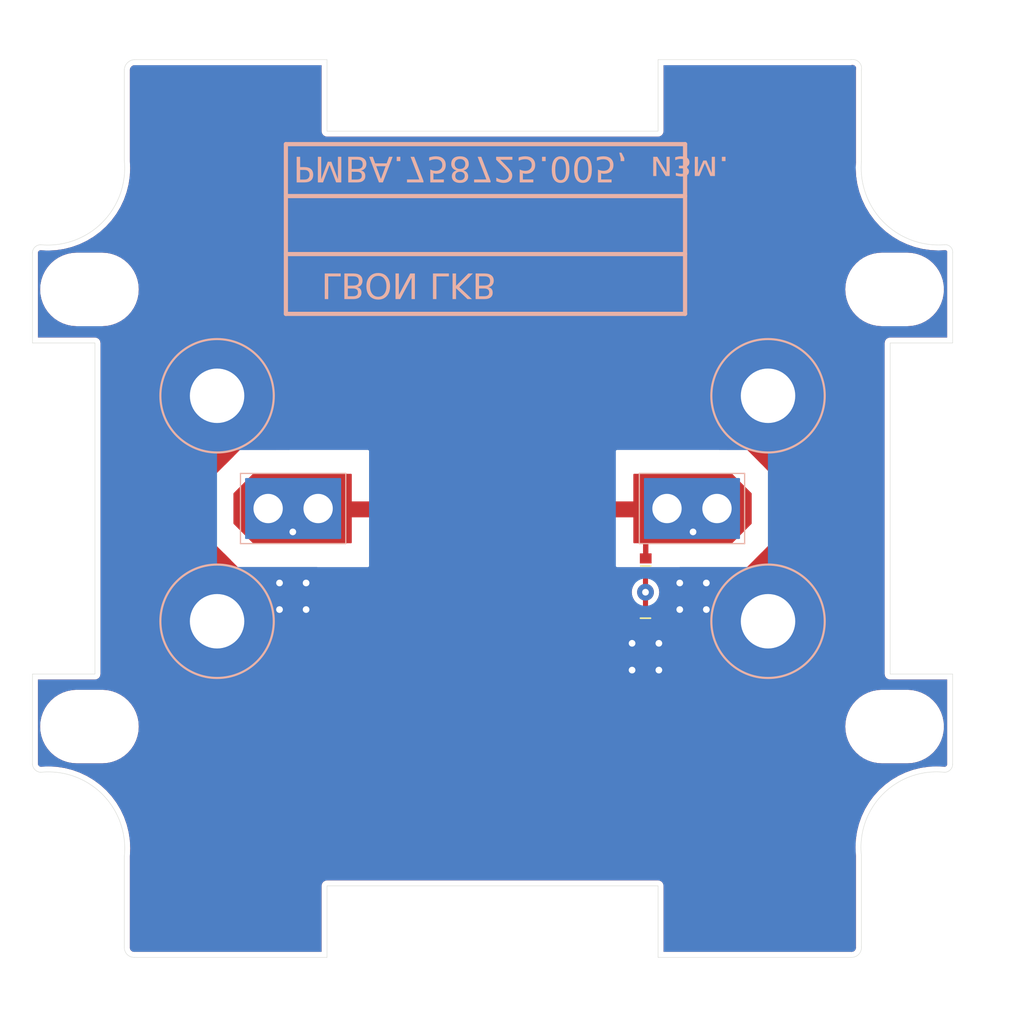
<source format=kicad_pcb>
(kicad_pcb (version 20240108) (generator "pcbnew") (generator_version "8.0")
  (layers (0 "F.Cu" signal "Top Layer") (31 "B.Cu" signal "Bottom Layer") (34 "B.Paste" user "Bottom Paste") (35 "F.Paste" user "Top Paste") (36 "B.SilkS" user "Bottom Overlay") (37 "F.SilkS" user "Top Overlay") (38 "B.Mask" user "Bottom Solder") (39 "F.Mask" user "Top Solder") (44 "Edge.Cuts" user))
  (net 0 "")
  (net 1 "GND")
  (net 2 "N21691")
  (net 3 "N44326")
  (footprint "C__Documents and Settings_All Users_Äîêóìåíòû_Altium_AD13_Library_Miscellaneous Devices.IntLib:6-0805_N" (layer "F.Cu") (at 166.786626 111.870735 90)
    (property "Reference" "C1" (hide yes))
    (property "Value" "10N" (hide yes))
  )
  (footprint "" (layer "F.Cu") (at 196.504626 78.850735)
    (property "Reference" "")
    (property "Value" "")
  )
  (footprint "" (layer "F.Cu") (at 127.670626 105.012735)
    (property "Reference" "")
    (property "Value" "")
  )
  (footprint "" (layer "F.Cu") (at 121.701626 105.012735)
    (property "Reference" "")
    (property "Value" "")
  )
  (footprint "VIA" (layer "F.Cu") (at 115.605626 91.550735)
    (property "Reference" "J8" (hide yes))
    (property "Value" "CON1" (hide yes))
  )
  (footprint "C__Documents and Settings_All Users_Äîêóìåíòû_Altium_AD13_Library_Miscellaneous Devices.IntLib:6-0805_N" (layer "F.Cu") (at 166.757626 118.106735 90)
    (property "Reference" "R1" (hide yes))
    (property "Value" "75/50" (hide yes))
  )
  (footprint "VIA" (layer "F.Cu") (at 181.391626 91.550735)
    (property "Reference" "J16" (hide yes))
    (property "Value" "CON1" (hide yes))
  )
  (footprint "" (layer "F.Cu") (at 196.504626 131.047735)
    (property "Reference" "")
    (property "Value" "")
  )
  (footprint "" (layer "F.Cu") (at 100.365626 78.850735)
    (property "Reference" "")
    (property "Value" "")
  )
  (footprint "" (layer "F.Cu") (at 175.295626 105.012735)
    (property "Reference" "")
    (property "Value" "")
  )
  (footprint "VIA" (layer "F.Cu") (at 181.391626 118.474735)
    (property "Reference" "J17" (hide yes))
    (property "Value" "CON1" (hide yes))
  )
  (footprint "VIA" (layer "F.Cu") (at 115.605626 118.474735)
    (property "Reference" "J9" (hide yes))
    (property "Value" "CON1" (hide yes))
  )
  (footprint "" (layer "F.Cu") (at 100.365626 131.047735)
    (property "Reference" "")
    (property "Value" "")
  )
  (footprint "" (layer "F.Cu") (at 169.326626 105.012735)
    (property "Reference" "")
    (property "Value" "")
  )
  (gr_poly (pts (xy 180.619416 99.733015) (xy 178.407156 97.520755) (xy 175.071646 97.520755) (xy 172.457626 94.906735) (xy 172.457626 87.606735) (xy 177.057626 83.006735) (xy 185.457626 83.006735) (xy 190.657626 88.206735) (xy 190.657626 96.406735) (xy 187.331336 99.733015)) (fill solid) (layer "F.Cu") (net 1))
  (gr_poly (pts (xy 131.665946 109.135055) (xy 131.690106 109.076735) (xy 131.690106 100.948735) (xy 131.665946 100.890415) (xy 131.607626 100.866255) (xy 119.923626 100.866255) (xy 119.865306 100.890415) (xy 117.579306 103.176415) (xy 117.555146 103.234735) (xy 117.555146 106.790735) (xy 117.579306 106.849055) (xy 119.865306 109.135055) (xy 119.923626 109.159215) (xy 131.607626 109.159215)) (fill solid) (layer "F.Cu") (net 2))
  (gr_poly (pts (xy 116.575226 99.784735) (xy 118.850686 97.509265) (xy 124.255096 97.509265) (xy 124.257626 97.506735) (xy 124.257626 83.506735) (xy 112.357626 83.506735) (xy 106.557626 89.306735) (xy 106.557626 96.006735) (xy 110.335626 99.784735)) (fill solid) (layer "F.Cu") (net 1))
  (gr_poly (pts (xy 170.281446 112.451855) (xy 178.434746 112.451745) (xy 180.612616 110.273875) (xy 186.124766 110.273875) (xy 189.557626 113.706735) (xy 189.557626 121.706735) (xy 184.957626 126.306735) (xy 163.257626 126.306735) (xy 163.257626 120.106735) (xy 165.557626 119.931655) (xy 165.557626 120.106735) (xy 166.507626 120.106735) (xy 167.957626 120.106735) (xy 167.957626 119.931645) (xy 169.357626 113.375675)) (fill solid) (layer "F.Cu") (net 1))
  (gr_poly (pts (xy 116.448226 110.367745) (xy 118.587216 112.506735) (xy 127.557626 112.506735) (xy 127.557626 126.406735) (xy 106.957626 126.406735) (xy 106.957626 115.006735) (xy 111.596626 110.367745)) (fill solid) (layer "F.Cu") (net 1))
  (gr_poly (pts (xy 165.331306 100.890415) (xy 165.307146 100.948735) (xy 165.307146 109.076735) (xy 165.331306 109.135055) (xy 165.389626 109.159215) (xy 177.073626 109.159215) (xy 177.131946 109.135055) (xy 179.417946 106.849055) (xy 179.442106 106.790735) (xy 179.442106 103.234735) (xy 179.417946 103.176415) (xy 177.131946 100.890415) (xy 177.073626 100.866255) (xy 165.389626 100.866255)) (fill solid) (layer "F.Cu") (net 2))
  (gr_poly (pts (xy 113.557626 112.006735) (xy 127.557626 112.006735) (xy 127.557626 126.406735) (xy 106.957626 126.406735) (xy 106.957626 115.006735) (xy 111.596626 110.367745)) (fill solid) (layer "B.Cu") (net 1))
  (gr_poly (pts (xy 170.281446 112.451855) (xy 170.857626 112.006735) (xy 181.239226 112.008195) (xy 186.124766 110.273875) (xy 189.557626 113.706735) (xy 189.557626 121.706735) (xy 184.957626 126.306735) (xy 163.857626 126.306735) (xy 163.857626 120.006735) (xy 169.357626 118.306735) (xy 169.357626 113.375675)) (fill solid) (layer "B.Cu") (net 1))
  (gr_poly (pts (xy 166.601306 101.398415) (xy 166.577146 101.456735) (xy 166.577146 108.568735) (xy 166.601306 108.627055) (xy 166.659626 108.651215) (xy 177.962626 108.651215) (xy 178.020946 108.627055) (xy 178.045106 108.568735) (xy 178.045106 101.456735) (xy 178.020946 101.398415) (xy 177.962626 101.374255) (xy 166.659626 101.374255)) (fill solid) (layer "B.Cu") (net 2))
  (gr_poly (pts (xy 115.732626 98.017265) (xy 124.057626 98.006735) (xy 124.257626 98.006735) (xy 124.257626 83.506735) (xy 112.357626 83.506735) (xy 106.557626 89.306735) (xy 106.557626 96.006735) (xy 110.357626 99.206735)) (fill solid) (layer "B.Cu") (net 1))
  (gr_poly (pts (xy 130.395946 108.627055) (xy 130.420106 108.568735) (xy 130.420106 101.456735) (xy 130.395946 101.398415) (xy 130.337626 101.374255) (xy 119.034626 101.374255) (xy 118.976306 101.398415) (xy 118.952146 101.456735) (xy 118.952146 108.568735) (xy 118.976306 108.627055) (xy 119.034626 108.651215) (xy 130.337626 108.651215)) (fill solid) (layer "B.Cu") (net 2))
  (gr_poly (pts (xy 184.557626 98.606735) (xy 181.239226 98.017265) (xy 175.557626 98.006735) (xy 175.071646 97.520755) (xy 172.457626 94.906735) (xy 172.457626 87.606735) (xy 177.057626 83.006735) (xy 185.457626 83.006735) (xy 190.657626 88.206735) (xy 190.657626 96.406735) (xy 187.331336 99.733015)) (fill solid) (layer "B.Cu") (net 1))
  (gr_line (start 130.972626 109.203735) (end 130.972626 100.821735) (stroke (width 0.15)) (layer "B.SilkS"))
  (gr_circle (center 181.391626 91.550735) (end 181.391626 84.780315) (stroke (width 0.254)) (fill none) (layer "B.SilkS"))
  (gr_line (start 166.024626 109.203735) (end 178.597626 109.203735) (stroke (width 0.15)) (layer "B.SilkS"))
  (gr_line (start 123.820826 61.504735) (end 171.485626 61.504735) (stroke (width 0.5)) (layer "B.SilkS"))
  (gr_line (start 123.820826 81.771735) (end 123.820826 61.504735) (stroke (width 0.5)) (layer "B.SilkS"))
  (gr_line (start 118.399626 109.203735) (end 130.972626 109.203735) (stroke (width 0.15)) (layer "B.SilkS"))
  (gr_line (start 166.024626 100.821735) (end 178.597626 100.821735) (stroke (width 0.15)) (layer "B.SilkS"))
  (gr_line (start 118.399626 109.203735) (end 118.399626 100.821735) (stroke (width 0.15)) (layer "B.SilkS"))
  (gr_line (start 178.597626 109.203735) (end 178.597626 100.821735) (stroke (width 0.15)) (layer "B.SilkS"))
  (gr_line (start 123.820826 74.629735) (end 171.485626 74.629735) (stroke (width 0.5)) (layer "B.SilkS"))
  (gr_circle (center 181.391626 118.474735) (end 181.391626 111.704315) (stroke (width 0.254)) (fill none) (layer "B.SilkS"))
  (gr_line (start 171.485626 81.771735) (end 171.485626 61.504735) (stroke (width 0.5)) (layer "B.SilkS"))
  (gr_line (start 123.820826 67.704735) (end 171.485626 67.704735) (stroke (width 0.5)) (layer "B.SilkS"))
  (gr_line (start 123.820826 81.771735) (end 171.485626 81.771735) (stroke (width 0.5)) (layer "B.SilkS"))
  (gr_circle (center 115.605626 118.474735) (end 115.605626 111.704315) (stroke (width 0.254)) (fill none) (layer "B.SilkS"))
  (gr_circle (center 115.605626 91.550735) (end 115.605626 84.780315) (stroke (width 0.254)) (fill none) (layer "B.SilkS"))
  (gr_line (start 166.024626 109.203735) (end 166.024626 100.821735) (stroke (width 0.15)) (layer "B.SilkS"))
  (gr_line (start 118.399626 100.821735) (end 130.972626 100.821735) (stroke (width 0.15)) (layer "B.SilkS"))
  (gr_line (start 191.297626 51.418735) (end 168.259826 51.418735) (stroke (width 0.05)) (layer "Edge.Cuts"))
  (gr_line (start 128.737426 51.418735) (end 105.699626 51.418736) (stroke (width 0.05)) (layer "Edge.Cuts"))
  (gr_line (start 93.558426 74.481935) (end 93.558426 85.251535) (stroke (width 0.05)) (layer "Edge.Cuts"))
  (gr_line (start 128.737426 150.072335) (end 168.259826 150.072335) (stroke (width 0.05)) (layer "Edge.Cuts"))
  (gr_arc (start 93.558428 74.481935) (mid 93.844789 73.803098) (end 94.523626 73.516737) (stroke (width 0.05)) (layer "Edge.Cuts"))
  (gr_line (start 94.523629 136.508734) (end 94.523626 136.508737) (stroke (width 0.05)) (layer "Edge.Cuts"))
  (gr_line (start 168.259826 59.953135) (end 128.737426 59.953135) (stroke (width 0.05)) (layer "Edge.Cuts"))
  (gr_line (start 104.531227 52.587135) (end 104.531226 52.587135) (stroke (width 0.05)) (layer "Edge.Cuts"))
  (gr_line (start 105.699626 158.606735) (end 128.737426 158.606735) (stroke (width 0.05)) (layer "Edge.Cuts"))
  (gr_arc (start 192.542226 157.362132) (mid 192.200172 158.264682) (end 191.297622 158.606735) (stroke (width 0.05)) (layer "Edge.Cuts"))
  (gr_line (start 203.438826 135.543535) (end 203.438826 124.773935) (stroke (width 0.05)) (layer "Edge.Cuts"))
  (gr_line (start 202.473626 136.50874) (end 202.473629 136.508737) (stroke (width 0.05)) (layer "Edge.Cuts"))
  (gr_line (start 168.259826 150.072335) (end 168.259826 158.606735) (stroke (width 0.05)) (layer "Edge.Cuts"))
  (gr_line (start 93.558428 74.481935) (end 93.558426 74.481935) (stroke (width 0.05)) (layer "Edge.Cuts"))
  (gr_line (start 101.026026 85.251535) (end 101.026026 124.773935) (stroke (width 0.05)) (layer "Edge.Cuts"))
  (gr_line (start 168.259826 158.606735) (end 191.297622 158.606735) (stroke (width 0.05)) (layer "Edge.Cuts"))
  (gr_line (start 195.971226 85.251535) (end 203.438826 85.251535) (stroke (width 0.05)) (layer "Edge.Cuts"))
  (gr_line (start 93.558426 124.773935) (end 93.558426 135.543535) (stroke (width 0.05)) (layer "Edge.Cuts"))
  (gr_arc (start 105.699622 158.606735) (mid 104.873178 158.264782) (end 104.531226 157.438338) (stroke (width 0.05)) (layer "Edge.Cuts"))
  (gr_arc (start 94.523626 136.508737) (mid 101.907789 139.132172) (end 104.531224 146.516335) (stroke (width 0.05)) (layer "Edge.Cuts"))
  (gr_line (start 191.297626 51.418734) (end 191.297626 51.418735) (stroke (width 0.05)) (layer "Edge.Cuts"))
  (gr_line (start 128.737426 59.953135) (end 128.737426 51.418735) (stroke (width 0.05)) (layer "Edge.Cuts"))
  (gr_line (start 192.542235 63.585332) (end 192.542226 63.585335) (stroke (width 0.05)) (layer "Edge.Cuts"))
  (gr_line (start 94.523626 73.516734) (end 94.523626 73.516737) (stroke (width 0.05)) (layer "Edge.Cuts"))
  (gr_arc (start 104.531227 52.587135) (mid 104.899421 51.78693) (end 105.699626 51.418736) (stroke (width 0.05)) (layer "Edge.Cuts"))
  (gr_line (start 195.971226 124.773935) (end 195.971226 85.251535) (stroke (width 0.05)) (layer "Edge.Cuts"))
  (gr_line (start 104.531226 146.516335) (end 104.531226 157.438338) (stroke (width 0.05)) (layer "Edge.Cuts"))
  (gr_line (start 203.438826 85.251535) (end 203.438817 74.481938) (stroke (width 0.05)) (layer "Edge.Cuts"))
  (gr_arc (start 191.297626 51.418734) (mid 192.252779 51.708182) (end 192.542227 52.663335) (stroke (width 0.05)) (layer "Edge.Cuts"))
  (gr_line (start 203.438828 135.543539) (end 203.438826 135.543535) (stroke (width 0.05)) (layer "Edge.Cuts"))
  (gr_arc (start 202.473624 73.516744) (mid 203.186892 73.76867) (end 203.438817 74.481938) (stroke (width 0.05)) (layer "Edge.Cuts"))
  (gr_line (start 203.438826 124.773935) (end 195.971226 124.773935) (stroke (width 0.05)) (layer "Edge.Cuts"))
  (gr_line (start 168.259826 51.418735) (end 168.259826 59.953135) (stroke (width 0.05)) (layer "Edge.Cuts"))
  (gr_line (start 192.542226 157.362135) (end 192.542231 146.440134) (stroke (width 0.05)) (layer "Edge.Cuts"))
  (gr_arc (start 203.438828 135.543539) (mid 203.150915 136.220825) (end 202.473629 136.508737) (stroke (width 0.05)) (layer "Edge.Cuts"))
  (gr_line (start 101.026026 124.773935) (end 93.558426 124.773935) (stroke (width 0.05)) (layer "Edge.Cuts"))
  (gr_line (start 104.531226 52.587135) (end 104.531225 63.509135) (stroke (width 0.05)) (layer "Edge.Cuts"))
  (gr_arc (start 94.523629 136.508734) (mid 93.863213 136.203948) (end 93.558427 135.543532) (stroke (width 0.05)) (layer "Edge.Cuts"))
  (gr_arc (start 192.542231 146.440134) (mid 195.128905 139.095413) (end 202.473626 136.50874) (stroke (width 0.05)) (layer "Edge.Cuts"))
  (gr_line (start 192.542226 63.585335) (end 192.542227 52.663335) (stroke (width 0.05)) (layer "Edge.Cuts"))
  (gr_line (start 192.542226 157.362132) (end 192.542226 157.362135) (stroke (width 0.05)) (layer "Edge.Cuts"))
  (gr_line (start 93.558426 85.251535) (end 101.026026 85.251535) (stroke (width 0.05)) (layer "Edge.Cuts"))
  (gr_line (start 128.737426 158.606735) (end 128.737426 150.072335) (stroke (width 0.05)) (layer "Edge.Cuts"))
  (gr_arc (start 202.473629 73.516726) (mid 195.217483 70.841478) (end 192.542235 63.585332) (stroke (width 0.05)) (layer "Edge.Cuts"))
  (gr_line (start 105.699622 158.606735) (end 105.699626 158.606735) (stroke (width 0.05)) (layer "Edge.Cuts"))
  (gr_line (start 104.531224 146.516335) (end 104.531226 146.516335) (stroke (width 0.05)) (layer "Edge.Cuts"))
  (gr_arc (start 104.531225 63.509135) (mid 101.881782 70.867291) (end 94.523626 73.516734) (stroke (width 0.05)) (layer "Edge.Cuts"))
  (gr_line (start 93.558426 135.543535) (end 93.558427 135.543532) (stroke (width 0.05)) (layer "Edge.Cuts"))
  (gr_line (start 202.473624 73.516744) (end 202.473629 73.516726) (stroke (width 0.05)) (layer "Edge.Cuts"))
  (gr_text "LBON LKB" (at 128.051626 76.437735 180) (layer "B.SilkS") (effects (font (size 3 3) (thickness 0.25)) (justify left bottom mirror)))
  (gr_text "РМВА.758725.005,  изм." (at 124.695826 62.504735 180) (layer "B.SilkS") (effects (font (size 3 3) (thickness 0.25)) (justify left bottom mirror)))
  (segment (start 115.580226 91.551185) (end 115.581016 91.551515) (width 1.016) (layer "F.Cu") (net 1))
  (segment (start 181.417026 118.563435) (end 181.419746 118.564595) (width 1.016) (layer "F.Cu") (net 1))
  (segment (start 115.544846 118.413955) (end 115.554156 118.423265) (width 1.016) (layer "F.Cu") (net 1))
  (segment (start 181.509116 91.589655) (end 181.601256 91.550735) (width 1.016) (layer "F.Cu") (net 1))
  (segment (start 181.441016 118.591595) (end 181.441026 118.591595) (width 1.016) (layer "F.Cu") (net 1))
  (segment (start 181.328446 118.525535) (end 181.340826 118.525535) (width 1.016) (layer "F.Cu") (net 1))
  (segment (start 181.392156 91.540225) (end 181.392576 91.541215) (width 1.016) (layer "F.Cu") (net 1))
  (segment (start 115.555356 118.438825) (end 115.580226 118.449335) (width 1.016) (layer "F.Cu") (net 1))
  (segment (start 115.580226 118.497655) (end 115.588506 118.517255) (width 1.016) (layer "F.Cu") (net 1))
  (segment (start 181.423376 91.625885) (end 181.427606 91.624095) (width 1.016) (layer "F.Cu") (net 1))
  (segment (start 115.580226 118.449335) (end 115.656426 118.449335) (width 1.016) (layer "F.Cu") (net 1))
  (segment (start 181.417026 118.558195) (end 181.417026 118.525535) (width 1.016) (layer "F.Cu") (net 1))
  (segment (start 181.392576 91.541215) (end 181.395846 91.548955) (width 1.016) (layer "F.Cu") (net 1))
  (segment (start 181.470586 118.579095) (end 181.597306 118.525535) (width 1.016) (layer "F.Cu") (net 1))
  (segment (start 181.427606 91.624095) (end 181.471736 91.605445) (width 1.016) (layer "F.Cu") (net 1))
  (segment (start 181.342466 91.660065) (end 181.414206 91.629755) (width 1.016) (layer "F.Cu") (net 1))
  (segment (start 181.337116 118.529245) (end 181.340826 118.525535) (width 0.6096) (layer "F.Cu") (net 1))
  (segment (start 181.417026 118.601735) (end 181.417026 118.563435) (width 1.016) (layer "F.Cu") (net 1))
  (segment (start 115.504026 91.703135) (end 115.580226 91.626935) (width 1.016) (layer "F.Cu") (net 1))
  (segment (start 115.581016 91.551515) (end 115.618326 91.588835) (width 1.016) (layer "F.Cu") (net 1))
  (segment (start 181.392576 91.541215) (end 181.392876 91.540525) (width 1.016) (layer "F.Cu") (net 1))
  (segment (start 181.417026 91.628565) (end 181.417026 91.626935) (width 1.016) (layer "F.Cu") (net 1))
  (segment (start 181.425306 91.618655) (end 181.427606 91.624095) (width 1.016) (layer "F.Cu") (net 1))
  (segment (start 115.490166 118.449335) (end 115.559806 118.449335) (width 1.016) (layer "F.Cu") (net 1))
  (segment (start 181.397006 91.530715) (end 181.417026 91.550735) (width 1.016) (layer "F.Cu") (net 1))
  (segment (start 181.414206 91.629755) (end 181.417026 91.628565) (width 1.016) (layer "F.Cu") (net 1))
  (segment (start 115.490166 118.449335) (end 115.536026 118.430655) (width 1.016) (layer "F.Cu") (net 1))
  (segment (start 181.417026 118.525535) (end 181.455126 118.563635) (width 1.016) (layer "F.Cu") (net 1))
  (segment (start 181.417026 91.599055) (end 181.417026 91.550735) (width 1.016) (layer "F.Cu") (net 1))
  (segment (start 181.443856 118.574905) (end 181.455126 118.563635) (width 1.016) (layer "F.Cu") (net 1))
  (segment (start 181.384596 118.481765) (end 181.392966 118.501475) (width 1.016) (layer "F.Cu") (net 1))
  (segment (start 115.618326 91.588835) (end 115.633466 91.573695) (width 1.016) (layer "F.Cu") (net 1))
  (segment (start 181.328446 118.525535) (end 181.337116 118.529245) (width 1.016) (layer "F.Cu") (net 1))
  (segment (start 181.419746 118.564595) (end 181.443856 118.574905) (width 1.016) (layer "F.Cu") (net 1))
  (segment (start 181.392876 91.540525) (end 181.397006 91.530715) (width 1.016) (layer "F.Cu") (net 1))
  (segment (start 115.568446 91.550735) (end 115.570066 91.546895) (width 1.016) (layer "F.Cu") (net 1))
  (segment (start 181.393486 118.553355) (end 181.417026 118.563435) (width 1.016) (layer "F.Cu") (net 1))
  (segment (start 181.417026 91.550735) (end 181.493226 91.550735) (width 1.016) (layer "F.Cu") (net 1))
  (segment (start 181.384596 118.481765) (end 181.391626 118.474735) (width 0.6096) (layer "F.Cu") (net 1))
  (segment (start 115.629106 91.606275) (end 115.629116 91.606275) (width 1.016) (layer "F.Cu") (net 1))
  (segment (start 181.493226 118.525535) (end 181.597306 118.525535) (width 1.016) (layer "F.Cu") (net 1))
  (segment (start 181.443856 118.574905) (end 181.462066 118.582695) (width 1.016) (layer "F.Cu") (net 1))
  (segment (start 181.404206 118.527985) (end 181.405246 118.525535) (width 1.016) (layer "F.Cu") (net 1))
  (segment (start 115.629136 91.606265) (end 115.633786 91.604295) (width 1.016) (layer "F.Cu") (net 1))
  (segment (start 181.455126 118.563635) (end 181.493226 118.525535) (width 1.016) (layer "F.Cu") (net 1))
  (segment (start 181.417026 118.601735) (end 181.432686 118.595115) (width 1.016) (layer "F.Cu") (net 1))
  (segment (start 181.264626 118.601735) (end 181.337116 118.529245) (width 0.6096) (layer "F.Cu") (net 1))
  (segment (start 115.571946 91.542455) (end 115.580226 91.550735) (width 1.016) (layer "F.Cu") (net 1))
  (segment (start 181.417026 118.601735) (end 181.429996 118.588765) (width 1.016) (layer "F.Cu") (net 1))
  (segment (start 115.580226 91.550735) (end 115.581016 91.551515) (width 1.016) (layer "F.Cu") (net 1))
  (segment (start 181.378926 118.487435) (end 181.384596 118.481765) (width 0.6096) (layer "F.Cu") (net 1))
  (segment (start 115.618326 118.487435) (end 115.633786 118.471975) (width 1.016) (layer "F.Cu") (net 1))
  (segment (start 181.383146 118.478345) (end 181.384596 118.481765) (width 1.016) (layer "F.Cu") (net 1))
  (segment (start 115.580226 118.449335) (end 115.610886 118.462295) (width 1.016) (layer "F.Cu") (net 1))
  (segment (start 115.570066 91.546895) (end 115.571946 91.542455) (width 1.016) (layer "F.Cu") (net 1))
  (segment (start 181.471736 91.605445) (end 181.509116 91.589655) (width 1.016) (layer "F.Cu") (net 1))
  (segment (start 181.455126 118.563635) (end 181.470586 118.579095) (width 1.016) (layer "F.Cu") (net 1))
  (segment (start 181.396606 91.550735) (end 181.417026 91.550735) (width 1.016) (layer "F.Cu") (net 1))
  (segment (start 115.504026 91.703135) (end 115.526666 91.649575) (width 1.016) (layer "F.Cu") (net 1))
  (segment (start 181.404206 118.527985) (end 181.417026 118.558195) (width 1.016) (layer "F.Cu") (net 1))
  (segment (start 115.549576 118.425135) (end 115.555356 118.438825) (width 1.016) (layer "F.Cu") (net 1))
  (segment (start 115.580226 118.497655) (end 115.580226 118.449335) (width 1.016) (layer "F.Cu") (net 1))
  (segment (start 115.536026 118.430655) (end 115.549576 118.425135) (width 1.016) (layer "F.Cu") (net 1))
  (segment (start 115.580226 91.626935) (end 115.629106 91.606275) (width 1.016) (layer "F.Cu") (net 1))
  (segment (start 115.571946 91.542455) (end 115.574076 91.537395) (width 1.016) (layer "F.Cu") (net 1))
  (segment (start 115.580226 91.550735) (end 115.580226 91.522855) (width 1.016) (layer "F.Cu") (net 1))
  (segment (start 181.417026 118.500135) (end 181.417026 118.497655) (width 1.016) (layer "F.Cu") (net 1))
  (segment (start 115.580226 118.449335) (end 115.605626 118.474735) (width 1.016) (layer "F.Cu") (net 1))
  (segment (start 181.378926 118.487435) (end 181.392966 118.501475) (width 1.016) (layer "F.Cu") (net 1))
  (segment (start 115.656426 118.449335) (end 115.770726 118.335035) (width 1.016) (layer "F.Cu") (net 1))
  (segment (start 181.417026 118.497655) (end 181.421396 118.487315) (width 1.016) (layer "F.Cu") (net 1))
  (segment (start 115.568446 91.550735) (end 115.579156 91.550735) (width 0.6096) (layer "F.Cu") (net 1))
  (segment (start 181.392966 118.501475) (end 181.408746 118.517255) (width 1.016) (layer "F.Cu") (net 1))
  (segment (start 115.618326 91.588835) (end 115.633786 91.604295) (width 1.016) (layer "F.Cu") (net 1))
  (segment (start 181.417026 118.525535) (end 181.417026 118.500135) (width 1.016) (layer "F.Cu") (net 1))
  (segment (start 115.633466 91.573695) (end 115.669836 91.589055) (width 1.016) (layer "F.Cu") (net 1))
  (segment (start 181.363476 118.540525) (end 181.363486 118.540525) (width 1.016) (layer "F.Cu") (net 1))
  (segment (start 181.470586 118.579095) (end 181.483256 118.591765) (width 1.016) (layer "F.Cu") (net 1))
  (segment (start 181.462066 118.582695) (end 181.470586 118.579095) (width 1.016) (layer "F.Cu") (net 1))
  (segment (start 115.526666 91.649575) (end 115.580226 91.626935) (width 1.016) (layer "F.Cu") (net 1))
  (segment (start 181.441026 118.591585) (end 181.462066 118.582695) (width 1.016) (layer "F.Cu") (net 1))
  (segment (start 115.580316 118.412605) (end 115.770726 118.335035) (width 1.016) (layer "F.Cu") (net 1))
  (segment (start 115.554156 118.423265) (end 115.580226 118.449335) (width 1.016) (layer "F.Cu") (net 1))
  (segment (start 181.383146 118.478345) (end 181.383146 118.478345) (width 1.016) (layer "F.Cu") (net 1))
  (segment (start 181.340826 118.677935) (end 181.417026 118.601735) (width 1.016) (layer "F.Cu") (net 1))
  (segment (start 181.403166 118.525535) (end 181.405246 118.525535) (width 1.016) (layer "F.Cu") (net 1))
  (segment (start 115.580226 118.449335) (end 115.580226 118.412645) (width 1.016) (layer "F.Cu") (net 1))
  (segment (start 181.462066 118.582695) (end 181.483256 118.591765) (width 1.016) (layer "F.Cu") (net 1))
  (segment (start 181.429996 118.588765) (end 181.432686 118.595115) (width 1.016) (layer "F.Cu") (net 1))
  (segment (start 181.405246 118.525535) (end 181.408746 118.517255) (width 1.016) (layer "F.Cu") (net 1))
  (segment (start 181.340826 118.525535) (end 181.403166 118.525535) (width 1.016) (layer "F.Cu") (net 1))
  (segment (start 181.312256 91.731705) (end 181.414206 91.629755) (width 1.016) (layer "F.Cu") (net 1))
  (segment (start 181.388566 91.550735) (end 181.389026 91.549635) (width 1.016) (layer "F.Cu") (net 1))
  (segment (start 115.579156 91.550735) (end 115.580226 91.551185) (width 1.016) (layer "F.Cu") (net 1))
  (segment (start 115.605626 91.550735) (end 115.656426 91.550735) (width 1.016) (layer "F.Cu") (net 1))
  (segment (start 181.405246 118.525535) (end 181.417026 118.525535) (width 1.016) (layer "F.Cu") (net 1))
  (segment (start 181.493226 91.550735) (end 181.601256 91.550735) (width 1.016) (layer "F.Cu") (net 1))
  (segment (start 115.549576 118.425135) (end 115.554156 118.423265) (width 1.016) (layer "F.Cu") (net 1))
  (segment (start 181.312256 91.731705) (end 181.342466 91.660065) (width 1.016) (layer "F.Cu") (net 1))
  (segment (start 115.580226 91.551185) (end 115.580226 91.550735) (width 1.016) (layer "F.Cu") (net 1))
  (segment (start 181.391626 118.474735) (end 181.416286 118.499395) (width 0.6096) (layer "F.Cu") (net 1))
  (segment (start 181.417026 118.563435) (end 181.417026 118.558195) (width 1.016) (layer "F.Cu") (net 1))
  (segment (start 115.526666 91.649575) (end 115.568446 91.550735) (width 1.016) (layer "F.Cu") (net 1))
  (segment (start 115.633786 91.604295) (end 115.669836 91.589055) (width 1.016) (layer "F.Cu") (net 1))
  (segment (start 115.574076 91.537395) (end 115.580226 91.522855) (width 1.016) (layer "F.Cu") (net 1))
  (segment (start 115.580226 91.626935) (end 115.618326 91.588835) (width 1.016) (layer "F.Cu") (net 1))
  (segment (start 115.669836 91.589055) (end 115.760506 91.550735) (width 1.016) (layer "F.Cu") (net 1))
  (segment (start 181.455126 91.588835) (end 181.470586 91.573375) (width 1.016) (layer "F.Cu") (net 1))
  (segment (start 181.395476 91.541625) (end 181.417026 91.550735) (width 1.016) (layer "F.Cu") (net 1))
  (segment (start 115.605626 118.474735) (end 115.618326 118.487435) (width 1.016) (layer "F.Cu") (net 1))
  (segment (start 115.570066 91.546895) (end 115.579156 91.550735) (width 1.016) (layer "F.Cu") (net 1))
  (segment (start 181.432686 118.595115) (end 181.441016 118.591595) (width 1.016) (layer "F.Cu") (net 1))
  (segment (start 115.629136 91.606265) (end 115.629136 91.606265) (width 1.016) (layer "F.Cu") (net 1))
  (segment (start 115.559806 118.449335) (end 115.580226 118.449335) (width 1.016) (layer "F.Cu") (net 1))
  (segment (start 115.580226 118.412645) (end 115.580316 118.412605) (width 1.016) (layer "F.Cu") (net 1))
  (segment (start 181.408746 118.517255) (end 181.416286 118.499395) (width 1.016) (layer "F.Cu") (net 1))
  (segment (start 115.575856 118.487315) (end 115.580226 118.497655) (width 1.016) (layer "F.Cu") (net 1))
  (segment (start 181.388566 91.550735) (end 181.391626 91.550735) (width 1.016) (layer "F.Cu") (net 1))
  (segment (start 181.395846 91.548955) (end 181.396606 91.550735) (width 1.016) (layer "F.Cu") (net 1))
  (segment (start 181.392966 118.501475) (end 181.403166 118.525535) (width 1.016) (layer "F.Cu") (net 1))
  (segment (start 181.392876 91.540525) (end 181.395476 91.541625) (width 1.016) (layer "F.Cu") (net 1))
  (segment (start 115.629106 91.606275) (end 115.629106 91.606275) (width 1.016) (layer "F.Cu") (net 1))
  (segment (start 181.417026 118.525535) (end 181.493226 118.525535) (width 1.016) (layer "F.Cu") (net 1))
  (segment (start 115.581016 91.551515) (end 115.601616 91.560225) (width 1.016) (layer "F.Cu") (net 1))
  (segment (start 115.610886 118.462295) (end 115.633786 118.471975) (width 1.016) (layer "F.Cu") (net 1))
  (segment (start 115.536026 118.430655) (end 115.555356 118.438825) (width 1.016) (layer "F.Cu") (net 1))
  (segment (start 181.340826 118.525535) (end 181.378926 118.487435) (width 0.6096) (layer "F.Cu") (net 1))
  (segment (start 181.381646 91.515355) (end 181.392156 91.540225) (width 1.016) (layer "F.Cu") (net 1))
  (segment (start 181.417026 91.626935) (end 181.425306 91.618655) (width 1.016) (layer "F.Cu") (net 1))
  (segment (start 181.393486 118.553355) (end 181.404206 118.527985) (width 1.016) (layer "F.Cu") (net 1))
  (segment (start 181.396606 91.550735) (end 181.417026 91.599055) (width 1.016) (layer "F.Cu") (net 1))
  (segment (start 181.417026 118.558195) (end 181.419746 118.564595) (width 1.016) (layer "F.Cu") (net 1))
  (segment (start 115.633466 91.573695) (end 115.656426 91.550735) (width 1.016) (layer "F.Cu") (net 1))
  (segment (start 115.588506 118.517255) (end 115.618326 118.487435) (width 1.016) (layer "F.Cu") (net 1))
  (segment (start 181.419746 118.564595) (end 181.429996 118.588765) (width 1.016) (layer "F.Cu") (net 1))
  (segment (start 181.417026 91.550735) (end 181.417026 91.483245) (width 1.016) (layer "F.Cu") (net 1))
  (segment (start 115.580226 118.525535) (end 115.580226 118.497655) (width 1.016) (layer "F.Cu") (net 1))
  (segment (start 181.381646 91.515355) (end 181.397006 91.530715) (width 1.016) (layer "F.Cu") (net 1))
  (segment (start 115.559806 118.449335) (end 115.575856 118.487315) (width 1.016) (layer "F.Cu") (net 1))
  (segment (start 115.656426 91.550735) (end 115.760506 91.550735) (width 1.016) (layer "F.Cu") (net 1))
  (segment (start 115.579156 91.550735) (end 115.580226 91.550735) (width 0.6096) (layer "F.Cu") (net 1))
  (segment (start 115.580226 91.550735) (end 115.605626 91.550735) (width 0.6096) (layer "F.Cu") (net 1))
  (segment (start 181.441026 118.591595) (end 181.441026 118.591585) (width 1.016) (layer "F.Cu") (net 1))
  (segment (start 181.397006 91.530715) (end 181.417026 91.483245) (width 1.016) (layer "F.Cu") (net 1))
  (segment (start 181.391626 91.550735) (end 181.396606 91.550735) (width 1.016) (layer "F.Cu") (net 1))
  (segment (start 181.455126 91.588835) (end 181.471736 91.605445) (width 1.016) (layer "F.Cu") (net 1))
  (segment (start 181.337116 118.529245) (end 181.363476 118.540525) (width 1.016) (layer "F.Cu") (net 1))
  (segment (start 181.416286 118.499395) (end 181.417026 118.497655) (width 1.016) (layer "F.Cu") (net 1))
  (segment (start 181.429996 118.588765) (end 181.443856 118.574905) (width 1.016) (layer "F.Cu") (net 1))
  (segment (start 181.417026 91.550735) (end 181.470586 91.573375) (width 1.016) (layer "F.Cu") (net 1))
  (segment (start 181.417026 91.599055) (end 181.425306 91.618655) (width 1.016) (layer "F.Cu") (net 1))
  (segment (start 115.629116 91.606275) (end 115.629136 91.606265) (width 1.016) (layer "F.Cu") (net 1))
  (segment (start 181.425306 91.618655) (end 181.455126 91.588835) (width 1.016) (layer "F.Cu") (net 1))
  (segment (start 181.417026 91.628565) (end 181.423376 91.625885) (width 1.016) (layer "F.Cu") (net 1))
  (segment (start 181.392156 91.540225) (end 181.392876 91.540525) (width 1.016) (layer "F.Cu") (net 1))
  (segment (start 115.580226 118.525535) (end 115.588506 118.517255) (width 1.016) (layer "F.Cu") (net 1))
  (segment (start 181.342466 91.660065) (end 181.388566 91.550735) (width 1.016) (layer "F.Cu") (net 1))
  (segment (start 181.363466 118.624375) (end 181.393486 118.553355) (width 1.016) (layer "F.Cu") (net 1))
  (segment (start 181.470586 91.573375) (end 181.493226 91.550735) (width 1.016) (layer "F.Cu") (net 1))
  (segment (start 181.417026 91.626935) (end 181.417026 91.599055) (width 1.016) (layer "F.Cu") (net 1))
  (segment (start 115.544846 118.413955) (end 115.549576 118.425135) (width 1.016) (layer "F.Cu") (net 1))
  (segment (start 181.414206 91.629755) (end 181.417026 91.626935) (width 1.016) (layer "F.Cu") (net 1))
  (segment (start 115.633786 118.471975) (end 115.656426 118.449335) (width 1.016) (layer "F.Cu") (net 1))
  (segment (start 181.363486 118.540525) (end 181.393486 118.553355) (width 1.016) (layer "F.Cu") (net 1))
  (segment (start 181.470586 91.573375) (end 181.509116 91.589655) (width 1.016) (layer "F.Cu") (net 1))
  (segment (start 181.403166 118.525535) (end 181.404206 118.527985) (width 1.016) (layer "F.Cu") (net 1))
  (segment (start 115.554156 118.423265) (end 115.580226 118.412645) (width 1.016) (layer "F.Cu") (net 1))
  (segment (start 115.601616 91.560225) (end 115.633466 91.573695) (width 1.016) (layer "F.Cu") (net 1))
  (segment (start 181.408746 118.517255) (end 181.417026 118.525535) (width 1.016) (layer "F.Cu") (net 1))
  (segment (start 181.416286 118.499395) (end 181.417026 118.500135) (width 0.6096) (layer "F.Cu") (net 1))
  (segment (start 181.417026 91.550735) (end 181.455126 91.588835) (width 1.016) (layer "F.Cu") (net 1))
  (segment (start 115.580226 91.626935) (end 115.580226 91.551185) (width 1.016) (layer "F.Cu") (net 1))
  (segment (start 181.389026 91.549635) (end 181.392576 91.541215) (width 1.016) (layer "F.Cu") (net 1))
  (segment (start 115.555356 118.438825) (end 115.559806 118.449335) (width 1.016) (layer "F.Cu") (net 1))
  (segment (start 181.340826 118.677935) (end 181.363466 118.624375) (width 1.016) (layer "F.Cu") (net 1))
  (segment (start 181.383146 118.478345) (end 181.383146 118.478335) (width 1.016) (layer "F.Cu") (net 1))
  (segment (start 181.363466 118.624375) (end 181.417026 118.601735) (width 1.016) (layer "F.Cu") (net 1))
  (via (at 165.157626 121.106735) (size 1.27) (drill 0.8) (layers "F.Cu" "B.Cu") (net 1))
  (via (at 165.157626 124.306735) (size 1.27) (drill 0.8) (layers "F.Cu" "B.Cu") (net 1))
  (via (at 126.235526 117.077735) (size 1.27) (drill 0.8) (layers "F.Cu" "B.Cu") (net 1))
  (via (at 168.357626 124.306735) (size 1.27) (drill 0.8) (layers "F.Cu" "B.Cu") (net 1))
  (via (at 170.850626 113.902735) (size 1.27) (drill 0.8) (layers "F.Cu" "B.Cu") (net 1))
  (via (at 123.060526 113.902735) (size 1.27) (drill 0.8) (layers "F.Cu" "B.Cu") (net 1))
  (via (at 174.025626 113.902735) (size 1.27) (drill 0.8) (layers "F.Cu" "B.Cu") (net 1))
  (via (at 168.357626 121.106735) (size 1.27) (drill 0.8) (layers "F.Cu" "B.Cu") (net 1))
  (via (at 123.060526 117.077735) (size 1.27) (drill 0.8) (layers "F.Cu" "B.Cu") (net 1))
  (via (at 170.850626 117.077735) (size 1.27) (drill 0.8) (layers "F.Cu" "B.Cu") (net 1))
  (via (at 174.025626 117.077735) (size 1.27) (drill 0.8) (layers "F.Cu" "B.Cu") (net 1))
  (via (at 126.235526 113.902735) (size 1.27) (drill 0.8) (layers "F.Cu" "B.Cu") (net 1))
  (segment (start 181.389316 91.523025) (end 181.397506 91.542465) (width 1.016) (layer "B.Cu") (net 1))
  (segment (start 115.588196 91.558705) (end 115.600126 91.563745) (width 1.016) (layer "B.Cu") (net 1))
  (segment (start 115.580226 118.487435) (end 115.591516 118.514245) (width 1.016) (layer "B.Cu") (net 1))
  (segment (start 115.633756 118.472005) (end 115.656426 118.449335) (width 1.016) (layer "B.Cu") (net 1))
  (segment (start 181.340826 118.511585) (end 181.344976 118.521385) (width 1.016) (layer "B.Cu") (net 1))
  (segment (start 115.571836 118.440935) (end 115.580226 118.421035) (width 1.016) (layer "B.Cu") (net 1))
  (segment (start 181.308786 118.435765) (end 181.340826 118.449335) (width 1.016) (layer "B.Cu") (net 1))
  (segment (start 181.493226 91.550735) (end 181.596946 91.550735) (width 1.016) (layer "B.Cu") (net 1))
  (segment (start 181.301496 118.542195) (end 181.327656 118.480425) (width 1.016) (layer "B.Cu") (net 1))
  (segment (start 181.378926 118.487435) (end 181.391626 118.474735) (width 1.016) (layer "B.Cu") (net 1))
  (segment (start 181.404246 91.556105) (end 181.404246 91.556095) (width 1.016) (layer "B.Cu") (net 1))
  (segment (start 181.470556 91.604265) (end 181.506986 91.588835) (width 1.016) (layer "B.Cu") (net 1))
  (segment (start 115.605626 118.474735) (end 115.618326 118.487435) (width 1.016) (layer "B.Cu") (net 1))
  (segment (start 181.284846 118.581515) (end 181.301496 118.542195) (width 1.016) (layer "B.Cu") (net 1))
  (segment (start 115.566236 118.454205) (end 115.579506 118.485735) (width 1.016) (layer "B.Cu") (net 1))
  (segment (start 115.552516 118.421625) (end 115.571836 118.440935) (width 1.016) (layer "B.Cu") (net 1))
  (segment (start 181.340826 118.449335) (end 181.417026 118.449335) (width 1.016) (layer "B.Cu") (net 1))
  (segment (start 115.569336 91.550735) (end 115.578576 91.554635) (width 1.016) (layer "B.Cu") (net 1))
  (segment (start 181.340826 118.525535) (end 181.345826 118.523415) (width 1.016) (layer "B.Cu") (net 1))
  (segment (start 181.430786 118.487435) (end 181.520746 118.449335) (width 1.016) (layer "B.Cu") (net 1))
  (segment (start 115.564836 118.457535) (end 115.566236 118.454205) (width 1.016) (layer "B.Cu") (net 1))
  (segment (start 115.576156 91.631005) (end 115.580226 91.640675) (width 1.016) (layer "B.Cu") (net 1))
  (segment (start 115.570096 118.445045) (end 115.571836 118.440935) (width 1.016) (layer "B.Cu") (net 1))
  (segment (start 115.580226 118.487435) (end 115.580226 118.449335) (width 1.016) (layer "B.Cu") (net 1))
  (segment (start 115.580226 91.626935) (end 115.629126 91.606225) (width 1.016) (layer "B.Cu") (net 1))
  (segment (start 115.610886 118.462315) (end 115.633756 118.472005) (width 1.016) (layer "B.Cu") (net 1))
  (segment (start 115.618326 91.588835) (end 115.630546 91.576615) (width 1.016) (layer "B.Cu") (net 1))
  (segment (start 115.580226 118.525535) (end 115.593836 118.519765) (width 1.016) (layer "B.Cu") (net 1))
  (segment (start 115.656426 91.550735) (end 115.760146 91.550735) (width 1.016) (layer "B.Cu") (net 1))
  (segment (start 115.579506 118.485735) (end 115.580226 118.487435) (width 1.016) (layer "B.Cu") (net 1))
  (segment (start 181.295266 118.403775) (end 181.340826 118.449335) (width 1.016) (layer "B.Cu") (net 1))
  (segment (start 115.618326 118.487435) (end 115.633756 118.502865) (width 1.016) (layer "B.Cu") (net 1))
  (segment (start 181.470556 91.573405) (end 181.506986 91.588835) (width 1.016) (layer "B.Cu") (net 1))
  (segment (start 181.406536 91.550735) (end 181.417026 91.550735) (width 1.016) (layer "B.Cu") (net 1))
  (segment (start 181.403746 91.557295) (end 181.404246 91.556105) (width 1.016) (layer "B.Cu") (net 1))
  (segment (start 181.394356 118.502865) (end 181.402136 118.499565) (width 1.016) (layer "B.Cu") (net 1))
  (segment (start 115.664826 91.591105) (end 115.760146 91.550735) (width 1.016) (layer "B.Cu") (net 1))
  (segment (start 115.580226 91.550735) (end 115.605626 91.550735) (width 1.016) (layer "B.Cu") (net 1))
  (segment (start 115.578576 91.554635) (end 115.580226 91.555335) (width 1.016) (layer "B.Cu") (net 1))
  (segment (start 115.591516 118.514245) (end 115.593836 118.519765) (width 1.016) (layer "B.Cu") (net 1))
  (segment (start 181.342416 91.701545) (end 181.417026 91.626935) (width 1.016) (layer "B.Cu") (net 1))
  (segment (start 181.395486 91.541615) (end 181.395496 91.541615) (width 1.016) (layer "B.Cu") (net 1))
  (segment (start 181.406536 91.550735) (end 181.408136 91.546965) (width 1.016) (layer "B.Cu") (net 1))
  (segment (start 181.340826 118.525535) (end 181.340826 118.511585) (width 1.016) (layer "B.Cu") (net 1))
  (segment (start 115.580226 91.550735) (end 115.584086 91.541615) (width 1.016) (layer "B.Cu") (net 1))
  (segment (start 181.340826 118.449335) (end 181.393016 118.471445) (width 1.016) (layer "B.Cu") (net 1))
  (segment (start 181.417026 91.626935) (end 181.422856 91.624465) (width 1.016) (layer "B.Cu") (net 1))
  (segment (start 181.340826 118.511585) (end 181.340826 118.449335) (width 1.016) (layer "B.Cu") (net 1))
  (segment (start 115.514916 91.485425) (end 115.536556 91.536875) (width 1.016) (layer "B.Cu") (net 1))
  (segment (start 115.580226 91.550735) (end 115.588196 91.558705) (width 1.016) (layer "B.Cu") (net 1))
  (segment (start 181.389316 91.523025) (end 181.409666 91.543375) (width 1.016) (layer "B.Cu") (net 1))
  (segment (start 181.404246 91.556095) (end 181.406536 91.550735) (width 1.016) (layer "B.Cu") (net 1))
  (segment (start 181.417026 91.550735) (end 181.455126 91.588835) (width 1.016) (layer "B.Cu") (net 1))
  (segment (start 181.335316 118.498535) (end 181.335316 118.498535) (width 1.016) (layer "B.Cu") (net 1))
  (segment (start 115.580226 91.555335) (end 115.588196 91.558705) (width 1.016) (layer "B.Cu") (net 1))
  (segment (start 181.344976 118.521385) (end 181.378926 118.487435) (width 1.016) (layer "B.Cu") (net 1))
  (segment (start 115.542386 91.550735) (end 115.551896 91.573335) (width 1.016) (layer "B.Cu") (net 1))
  (segment (start 115.514916 91.485425) (end 115.580226 91.550735) (width 1.016) (layer "B.Cu") (net 1))
  (segment (start 115.630546 91.576615) (end 115.656426 91.550735) (width 1.016) (layer "B.Cu") (net 1))
  (segment (start 181.408136 91.546965) (end 181.409666 91.543375) (width 1.016) (layer "B.Cu") (net 1))
  (segment (start 181.417026 91.588835) (end 181.428316 91.615645) (width 1.016) (layer "B.Cu") (net 1))
  (segment (start 181.395496 91.541615) (end 181.397506 91.542465) (width 1.016) (layer "B.Cu") (net 1))
  (segment (start 115.629126 91.606225) (end 115.629136 91.606215) (width 1.016) (layer "B.Cu") (net 1))
  (segment (start 115.618326 91.588835) (end 115.633756 91.604265) (width 1.016) (layer "B.Cu") (net 1))
  (segment (start 115.670186 118.487435) (end 115.760146 118.449335) (width 1.016) (layer "B.Cu") (net 1))
  (segment (start 115.542386 91.550735) (end 115.569336 91.550735) (width 1.016) (layer "B.Cu") (net 1))
  (segment (start 115.561246 91.595555) (end 115.575316 91.629015) (width 1.016) (layer "B.Cu") (net 1))
  (segment (start 181.455126 91.588835) (end 181.470556 91.604265) (width 1.016) (layer "B.Cu") (net 1))
  (segment (start 115.656426 118.449335) (end 115.760146 118.449335) (width 1.016) (layer "B.Cu") (net 1))
  (segment (start 181.327656 118.480425) (end 181.339436 118.452625) (width 1.016) (layer "B.Cu") (net 1))
  (segment (start 181.417026 91.626935) (end 181.428316 91.615645) (width 1.016) (layer "B.Cu") (net 1))
  (segment (start 181.417026 91.550735) (end 181.493226 91.550735) (width 1.016) (layer "B.Cu") (net 1))
  (segment (start 115.564186 118.449335) (end 115.568296 118.449335) (width 1.016) (layer "B.Cu") (net 1))
  (segment (start 181.455126 91.588835) (end 181.470556 91.573405) (width 1.016) (layer "B.Cu") (net 1))
  (segment (start 115.569336 91.550735) (end 115.580226 91.550735) (width 1.016) (layer "B.Cu") (net 1))
  (segment (start 115.570096 118.445045) (end 115.580226 118.449335) (width 1.016) (layer "B.Cu") (net 1))
  (segment (start 115.580226 91.626935) (end 115.580226 91.555335) (width 1.016) (layer "B.Cu") (net 1))
  (segment (start 115.620006 118.508685) (end 115.620006 118.508685) (width 1.016) (layer "B.Cu") (net 1))
  (segment (start 181.428316 91.615645) (end 181.430636 91.621165) (width 1.016) (layer "B.Cu") (net 1))
  (segment (start 181.399576 91.547385) (end 181.400986 91.550735) (width 1.016) (layer "B.Cu") (net 1))
  (segment (start 181.470556 91.573405) (end 181.493226 91.550735) (width 1.016) (layer "B.Cu") (net 1))
  (segment (start 181.393016 118.471445) (end 181.393026 118.471445) (width 1.016) (layer "B.Cu") (net 1))
  (segment (start 181.400986 91.550735) (end 181.406536 91.550735) (width 1.016) (layer "B.Cu") (net 1))
  (segment (start 115.540896 91.643595) (end 115.575316 91.629015) (width 1.016) (layer "B.Cu") (net 1))
  (segment (start 115.524246 91.682915) (end 115.576156 91.631005) (width 1.016) (layer "B.Cu") (net 1))
  (segment (start 181.295266 118.403775) (end 181.308786 118.435765) (width 1.016) (layer "B.Cu") (net 1))
  (segment (start 115.580226 118.525535) (end 115.580226 118.487435) (width 1.016) (layer "B.Cu") (net 1))
  (segment (start 115.580226 91.640675) (end 115.580226 91.626935) (width 1.016) (layer "B.Cu") (net 1))
  (segment (start 181.393026 118.471445) (end 181.394356 118.472005) (width 1.016) (layer "B.Cu") (net 1))
  (segment (start 181.417026 91.588835) (end 181.417026 91.550735) (width 1.016) (layer "B.Cu") (net 1))
  (segment (start 181.335316 118.498535) (end 181.340826 118.511585) (width 1.016) (layer "B.Cu") (net 1))
  (segment (start 181.340826 118.525535) (end 181.344976 118.521385) (width 1.016) (layer "B.Cu") (net 1))
  (segment (start 115.560706 118.441065) (end 115.564186 118.449335) (width 1.016) (layer "B.Cu") (net 1))
  (segment (start 181.417026 91.626935) (end 181.417026 91.588835) (width 1.016) (layer "B.Cu") (net 1))
  (segment (start 115.618326 118.487435) (end 115.633756 118.472005) (width 1.016) (layer "B.Cu") (net 1))
  (segment (start 115.580226 118.449335) (end 115.605626 118.474735) (width 1.016) (layer "B.Cu") (net 1))
  (segment (start 181.378926 118.487435) (end 181.394356 118.502865) (width 1.016) (layer "B.Cu") (net 1))
  (segment (start 181.409666 91.543375) (end 181.417026 91.526045) (width 1.016) (layer "B.Cu") (net 1))
  (segment (start 115.600126 91.563745) (end 115.630546 91.576615) (width 1.016) (layer "B.Cu") (net 1))
  (segment (start 115.540896 91.643595) (end 115.561246 91.595555) (width 1.016) (layer "B.Cu") (net 1))
  (segment (start 115.568296 118.449335) (end 115.580226 118.449335) (width 1.016) (layer "B.Cu") (net 1))
  (segment (start 115.633756 118.502865) (end 115.670186 118.487435) (width 1.016) (layer "B.Cu") (net 1))
  (segment (start 181.422856 91.624465) (end 181.430636 91.621165) (width 1.016) (layer "B.Cu") (net 1))
  (segment (start 181.339436 118.452625) (end 181.340826 118.449335) (width 1.016) (layer "B.Cu") (net 1))
  (segment (start 181.314516 118.449335) (end 181.340826 118.449335) (width 1.016) (layer "B.Cu") (net 1))
  (segment (start 181.314516 118.449335) (end 181.327656 118.480425) (width 1.016) (layer "B.Cu") (net 1))
  (segment (start 115.536556 91.536875) (end 115.542386 91.550735) (width 1.016) (layer "B.Cu") (net 1))
  (segment (start 115.576156 91.631005) (end 115.580226 91.626935) (width 1.016) (layer "B.Cu") (net 1))
  (segment (start 181.308786 118.435765) (end 181.314516 118.449335) (width 1.016) (layer "B.Cu") (net 1))
  (segment (start 115.588196 91.558705) (end 115.618326 91.588835) (width 1.016) (layer "B.Cu") (net 1))
  (segment (start 115.524246 91.682915) (end 115.540896 91.643595) (width 1.016) (layer "B.Cu") (net 1))
  (segment (start 115.620006 118.508685) (end 115.633756 118.502865) (width 1.016) (layer "B.Cu") (net 1))
  (segment (start 115.593836 118.519765) (end 115.620006 118.508685) (width 1.016) (layer "B.Cu") (net 1))
  (segment (start 115.580226 118.449335) (end 115.580226 118.421035) (width 1.016) (layer "B.Cu") (net 1))
  (segment (start 115.552516 118.421625) (end 115.560706 118.441065) (width 1.016) (layer "B.Cu") (net 1))
  (segment (start 181.417026 91.550735) (end 181.470556 91.573405) (width 1.016) (layer "B.Cu") (net 1))
  (segment (start 115.580226 91.555335) (end 115.580226 91.550735) (width 1.016) (layer "B.Cu") (net 1))
  (segment (start 181.428316 91.615645) (end 181.455126 91.588835) (width 1.016) (layer "B.Cu") (net 1))
  (segment (start 181.394356 118.472005) (end 181.430786 118.487435) (width 1.016) (layer "B.Cu") (net 1))
  (segment (start 115.605626 91.550735) (end 115.656426 91.550735) (width 1.016) (layer "B.Cu") (net 1))
  (segment (start 115.575316 91.629015) (end 115.576156 91.631005) (width 1.016) (layer "B.Cu") (net 1))
  (segment (start 115.566236 118.454205) (end 115.568296 118.449335) (width 1.016) (layer "B.Cu") (net 1))
  (segment (start 181.402146 118.499565) (end 181.430786 118.487435) (width 1.016) (layer "B.Cu") (net 1))
  (segment (start 115.629136 91.606215) (end 115.633756 91.604265) (width 1.016) (layer "B.Cu") (net 1))
  (segment (start 115.578576 91.554635) (end 115.580226 91.550735) (width 1.016) (layer "B.Cu") (net 1))
  (segment (start 181.391626 91.550735) (end 181.400986 91.550735) (width 1.016) (layer "B.Cu") (net 1))
  (segment (start 181.327656 118.480425) (end 181.335316 118.498535) (width 1.016) (layer "B.Cu") (net 1))
  (segment (start 115.580226 91.626935) (end 115.618326 91.588835) (width 1.016) (layer "B.Cu") (net 1))
  (segment (start 115.564186 118.449335) (end 115.566236 118.454205) (width 1.016) (layer "B.Cu") (net 1))
  (segment (start 181.417026 91.550735) (end 181.417026 91.526045) (width 1.016) (layer "B.Cu") (net 1))
  (segment (start 181.400986 91.550735) (end 181.403746 91.557295) (width 1.016) (layer "B.Cu") (net 1))
  (segment (start 115.561246 91.595555) (end 115.578576 91.554635) (width 1.016) (layer "B.Cu") (net 1))
  (segment (start 181.409666 91.543375) (end 181.417026 91.550735) (width 1.016) (layer "B.Cu") (net 1))
  (segment (start 115.560706 118.441065) (end 115.570096 118.445045) (width 1.016) (layer "B.Cu") (net 1))
  (segment (start 181.364716 91.649085) (end 181.403746 91.557295) (width 1.016) (layer "B.Cu") (net 1))
  (segment (start 115.551896 91.573335) (end 115.551896 91.573345) (width 1.016) (layer "B.Cu") (net 1))
  (segment (start 115.536556 91.536875) (end 115.569336 91.550735) (width 1.016) (layer "B.Cu") (net 1))
  (segment (start 181.430636 91.621165) (end 181.470556 91.604265) (width 1.016) (layer "B.Cu") (net 1))
  (segment (start 181.345826 118.523415) (end 181.394356 118.502865) (width 1.016) (layer "B.Cu") (net 1))
  (segment (start 115.526576 118.548255) (end 115.580226 118.525535) (width 1.016) (layer "B.Cu") (net 1))
  (segment (start 181.394356 118.472005) (end 181.417026 118.449335) (width 1.016) (layer "B.Cu") (net 1))
  (segment (start 181.397506 91.542465) (end 181.399576 91.547385) (width 1.016) (layer "B.Cu") (net 1))
  (segment (start 181.284846 118.581515) (end 181.340826 118.525535) (width 1.016) (layer "B.Cu") (net 1))
  (segment (start 181.301496 118.542195) (end 181.340826 118.525535) (width 1.016) (layer "B.Cu") (net 1))
  (segment (start 115.568296 118.449335) (end 115.570096 118.445045) (width 1.016) (layer "B.Cu") (net 1))
  (segment (start 115.630546 91.576615) (end 115.664826 91.591105) (width 1.016) (layer "B.Cu") (net 1))
  (segment (start 115.504026 118.601735) (end 115.526576 118.548255) (width 1.016) (layer "B.Cu") (net 1))
  (segment (start 181.397506 91.542465) (end 181.408136 91.546965) (width 1.016) (layer "B.Cu") (net 1))
  (segment (start 115.591516 118.514245) (end 115.618326 118.487435) (width 1.016) (layer "B.Cu") (net 1))
  (segment (start 115.633756 91.604265) (end 115.664826 91.591105) (width 1.016) (layer "B.Cu") (net 1))
  (segment (start 115.551896 91.573345) (end 115.561246 91.595555) (width 1.016) (layer "B.Cu") (net 1))
  (segment (start 115.633756 118.472005) (end 115.670186 118.487435) (width 1.016) (layer "B.Cu") (net 1))
  (segment (start 115.580226 118.449335) (end 115.610886 118.462315) (width 1.016) (layer "B.Cu") (net 1))
  (segment (start 115.526576 118.548255) (end 115.564836 118.457535) (width 1.016) (layer "B.Cu") (net 1))
  (segment (start 181.408136 91.546965) (end 181.417026 91.550735) (width 1.016) (layer "B.Cu") (net 1))
  (segment (start 181.506986 91.588835) (end 181.596946 91.550735) (width 1.016) (layer "B.Cu") (net 1))
  (segment (start 181.344976 118.521385) (end 181.345826 118.523415) (width 1.016) (layer "B.Cu") (net 1))
  (segment (start 181.342416 91.701545) (end 181.364716 91.649085) (width 1.016) (layer "B.Cu") (net 1))
  (segment (start 181.364716 91.649085) (end 181.417026 91.626935) (width 1.016) (layer "B.Cu") (net 1))
  (segment (start 181.417026 118.449335) (end 181.520746 118.449335) (width 1.016) (layer "B.Cu") (net 1))
  (segment (start 181.340826 118.449335) (end 181.378926 118.487435) (width 1.016) (layer "B.Cu") (net 1))
  (segment (start 181.402136 118.499565) (end 181.402146 118.499565) (width 1.016) (layer "B.Cu") (net 1))
  (segment (start 115.504026 118.601735) (end 115.580226 118.525535) (width 1.016) (layer "B.Cu") (net 1))
  (segment (start 115.571836 118.440935) (end 115.580226 118.449335) (width 1.016) (layer "B.Cu") (net 1))
  (segment (start 115.580226 118.525535) (end 115.591516 118.514245) (width 1.016) (layer "B.Cu") (net 1))
  (segment (start 115.580226 118.449335) (end 115.656426 118.449335) (width 1.016) (layer "B.Cu") (net 1))
  (segment (start 181.403746 91.557295) (end 181.417026 91.588835) (width 1.016) (layer "B.Cu") (net 1))
  (segment (start 181.391626 118.474735) (end 181.394356 118.472005) (width 1.016) (layer "B.Cu") (net 1))
  (segment (start 115.575316 91.629015) (end 115.580226 91.626935) (width 1.016) (layer "B.Cu") (net 1))
  (segment (start 127.848426 105.114335) (end 169.326626 105.114335) (width 1.905) (layer "F.Cu") (net 2))
  (segment (start 166.786626 110.803935) (end 166.786626 105.190535) (width 0.64) (layer "F.Cu") (net 2))
  (segment (start 127.670626 105.012735) (end 127.772226 105.114335) (width 0.6096) (layer "F.Cu") (net 2))
  (segment (start 127.772226 105.114335) (end 127.848426 105.114335) (width 0.6096) (layer "F.Cu") (net 2))
  (segment (start 174.686026 105.012735) (end 174.711426 105.038135) (width 0.6096) (layer "F.Cu") (net 2))
  (via (at 172.438126 107.806735) (size 1.27) (drill 0.8) (layers "F.Cu" "B.Cu") (net 2))
  (via (at 124.648026 107.806735) (size 1.27) (drill 0.8) (layers "F.Cu" "B.Cu") (net 2))
  (segment (start 166.761226 117.206735) (end 166.761226 112.962935) (width 0.6096) (layer "F.Cu") (net 3))
  (via (at 166.761226 115.006735) (size 2) (drill 0.8) (layers "F.Cu" "B.Cu") (net 3))
  (zone (net 0) (net_name "") (layer "F.Cu") (connect_pads (clearance 0)) (min_thickness 0.25)
    (keepout (tracks allowed) (vias allowed) (pads allowed) (copperpour not_allowed) (footprints allowed))
    (fill (thermal_gap 0.5) (thermal_bridge_width 0.5))
    (polygon (pts (xy 178.431266 97.521235) (xy 178.432566 97.520725) (xy 178.479696 97.541285) (xy 178.480016 97.541425) (xy 178.527186 97.560955) (xy 178.527186 97.560965) (xy 178.527716 97.562245) (xy 178.528996 97.562805) (xy 182.709836 101.903235) (xy 182.728626 101.951125) (xy 182.748296 101.998605) (xy 182.748296 108.040415) (xy 182.728396 108.088435) (xy 182.708966 108.136675) (xy 178.516266 112.411075) (xy 178.515606 112.411355) (xy 178.515326 112.412015) (xy 178.467336 112.431895) (xy 178.419456 112.452275) (xy 178.418786 112.452005) (xy 178.418126 112.452275) (xy 162.144766 112.451425) (xy 162.094736 112.430705) (xy 135.047096 112.378735) (xy 135.006826 97.549535) (xy 162.144766 97.521545) (xy 178.429976 97.520695) (xy 178.429986 97.520705) (xy 178.429986 97.520695)))
  )
  (zone (net 0) (net_name "") (layer "F.Cu") (connect_pads (clearance 0)) (min_thickness 0.25)
    (keepout (tracks allowed) (vias allowed) (pads allowed) (copperpour not_allowed) (footprints allowed))
    (fill (thermal_gap 0.5) (thermal_bridge_width 0.5))
    (polygon (pts (xy 118.907636 97.509265) (xy 134.909626 97.509265) (xy 135.417626 97.532435) (xy 135.290626 112.467635) (xy 134.909626 112.516195) (xy 118.653636 112.516195) (xy 118.653626 112.516205) (xy 118.556426 112.475935) (xy 114.340026 108.259545) (xy 114.340026 108.259535) (xy 114.328226 108.231065) (xy 114.299756 108.162335) (xy 114.299766 108.162325) (xy 114.299766 102.117135) (xy 114.299756 102.117135) (xy 114.340026 102.019935) (xy 118.810426 97.549535) (xy 118.907626 97.509265)))
  )
  (zone (net 1) (net_name "GND") (layer "F.Cu") (priority 1) (connect_pads (clearance 0.5)) (min_thickness 0.25) (fill yes (thermal_gap 0.5) (thermal_bridge_width 0.5))
    (polygon (pts (arc (start 93.558427 135.543531) (mid 93.863213 136.203948) (end 94.52363 136.508734)) (arc (start 94.523626 136.508737) (mid 101.907796 139.132165) (end 104.531224 146.516335)) (xy 104.531226 146.516335) (arc (start 104.531226 157.438339) (mid 104.873193 158.264768) (end 105.699622 158.606735)) (xy 105.699626 158.606735) (xy 128.737426 158.606735) (xy 128.737426 150.072335) (xy 168.259826 150.072335) (xy 168.259826 158.606735) (arc (start 191.297622 158.606735) (mid 192.200186 158.264695) (end 192.542226 157.36213)) (xy 192.542226 157.362135) (arc (start 192.542231 146.440134) (mid 195.128898 139.095406) (end 202.473626 136.50874)) (arc (start 202.47363 136.508737) (mid 203.150915 136.220824) (end 203.438828 135.543539)) (xy 203.438826 135.543535) (xy 203.438826 124.773935) (xy 195.971226 124.773935) (xy 195.971226 85.251535) (xy 203.438826 85.251535) (arc (start 203.438817 74.481939) (mid 203.186903 73.768658) (end 202.473623 73.516744)) (arc (start 202.47363 73.516726) (mid 195.217472 70.841489) (end 192.542235 63.585331)) (xy 192.542226 63.585335) (arc (start 192.542227 52.663335) (mid 192.252783 51.708178) (end 191.297626 51.418734)) (xy 191.297626 51.418735) (xy 168.259826 51.418735) (xy 168.259826 59.953135) (xy 128.737426 59.953135) (xy 128.737426 51.418735) (arc (start 105.699626 51.418736) (mid 104.899419 51.786928) (end 104.531227 52.587135)) (xy 104.531226 52.587135) (arc (start 104.531225 63.509135) (mid 101.881782 70.867291) (end 94.523626 73.516734)) (arc (start 94.523626 73.516737) (mid 93.844789 73.803098) (end 93.558428 74.481935)) (xy 93.558426 74.481935) (xy 93.558426 85.251535) (xy 101.026026 85.251535) (xy 101.026026 124.773935) (xy 93.558426 124.773935) (xy 93.558426 135.543535)))
  )
  (zone (net 1) (net_name "GND") (layer "B.Cu") (connect_pads (clearance 0.5)) (min_thickness 0.25) (fill yes (thermal_gap 0.5) (thermal_bridge_width 0.5))
    (polygon (pts (arc (start 93.558427 135.543532) (mid 93.863213 136.203948) (end 94.523629 136.508734)) (arc (start 94.523626 136.508737) (mid 101.907796 139.132165) (end 104.531224 146.516335)) (xy 104.531226 146.516335) (arc (start 104.531226 157.438338) (mid 104.873193 158.264768) (end 105.699622 158.606735)) (xy 105.699626 158.606735) (xy 128.737426 158.606735) (xy 128.737426 150.072335) (xy 168.259826 150.072335) (xy 168.259826 158.606735) (arc (start 191.297622 158.606735) (mid 192.200186 158.264695) (end 192.542226 157.362132)) (xy 192.542226 157.362135) (arc (start 192.542231 146.440134) (mid 195.128898 139.095406) (end 202.473626 136.50874)) (arc (start 202.473629 136.508737) (mid 203.150915 136.220825) (end 203.438828 135.543539)) (xy 203.438826 135.543535) (xy 203.438826 124.773935) (xy 195.971226 124.773935) (xy 195.971226 85.251535) (xy 203.438826 85.251535) (arc (start 203.438817 74.481938) (mid 203.186903 73.768658) (end 202.473624 73.516744)) (arc (start 202.473629 73.516726) (mid 195.217472 70.841489) (end 192.542235 63.585332)) (xy 192.542226 63.585335) (arc (start 192.542227 52.663335) (mid 192.252783 51.708178) (end 191.297626 51.418734)) (xy 191.297626 51.418735) (xy 168.259826 51.418735) (xy 168.259826 59.953135) (xy 128.737426 59.953135) (xy 128.737426 51.418735) (arc (start 105.699626 51.418736) (mid 104.899419 51.786928) (end 104.531227 52.587135)) (xy 104.531226 52.587135) (arc (start 104.531225 63.509135) (mid 101.881782 70.867291) (end 94.523626 73.516734)) (arc (start 94.523626 73.516737) (mid 93.844789 73.803098) (end 93.558428 74.481935)) (xy 93.558426 74.481935) (xy 93.558426 85.251535) (xy 101.026026 85.251535) (xy 101.026026 124.773935) (xy 93.558426 124.773935) (xy 93.558426 135.543535)))
  )
  (zone (net 0) (net_name "") (layer "B.Cu") (connect_pads (clearance 0)) (min_thickness 0.25)
    (keepout (tracks allowed) (vias allowed) (pads allowed) (copperpour not_allowed) (footprints allowed))
    (fill (thermal_gap 0.5) (thermal_bridge_width 0.5))
    (polygon (pts (xy 181.336426 98.057535) (xy 181.376696 98.154735) (xy 181.376696 111.870735) (xy 181.336426 111.967935) (xy 181.239226 112.008195) (xy 163.357626 112.008195) (xy 163.260426 111.967935) (xy 163.220166 111.870735) (xy 163.220166 98.154735) (xy 163.260426 98.057535) (xy 163.357626 98.017265) (xy 181.239226 98.017265)))
  )
  (zone (net 0) (net_name "") (layer "B.Cu") (connect_pads (clearance 0)) (min_thickness 0.25)
    (keepout (tracks allowed) (vias allowed) (pads allowed) (copperpour not_allowed) (footprints allowed))
    (fill (thermal_gap 0.5) (thermal_bridge_width 0.5))
    (polygon (pts (xy 133.711426 98.057535) (xy 133.751696 98.154735) (xy 133.751696 111.870735) (xy 133.711426 111.967935) (xy 133.614226 112.008195) (xy 115.732626 112.008195) (xy 115.635426 111.967935) (xy 115.595166 111.870735) (xy 115.595166 98.154735) (xy 115.635426 98.057535) (xy 115.732626 98.017265) (xy 133.614226 98.017265)))
  )
)
</source>
